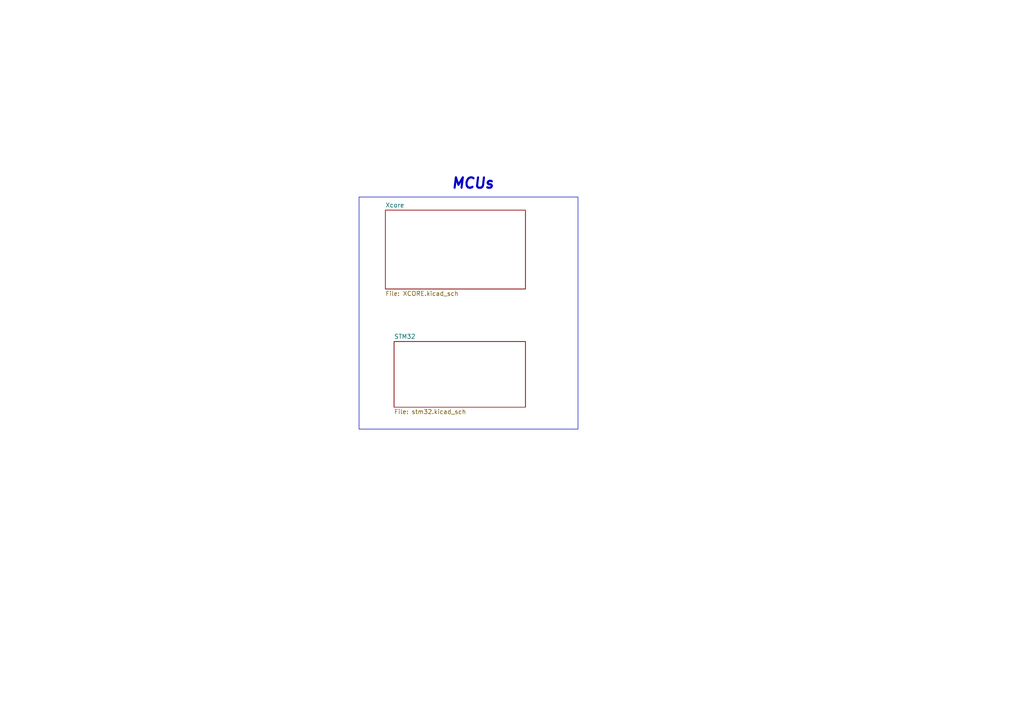
<source format=kicad_sch>
(kicad_sch
	(version 20231120)
	(generator "eeschema")
	(generator_version "8.0")
	(uuid "5266cf9e-da90-4c53-80fd-cf3dbed42632")
	(paper "A4")
	(title_block
		(title "Power Supplies")
		(date "2024-09-01")
		(rev "1")
		(company "Michael Meyers")
	)
	(lib_symbols)
	(rectangle
		(start 104.14 57.15)
		(end 167.64 124.46)
		(stroke
			(width 0)
			(type default)
		)
		(fill
			(type none)
		)
		(uuid c623997b-19c9-4575-a014-51edb71503b1)
	)
	(text "MCUs"
		(exclude_from_sim no)
		(at 137.16 53.34 0)
		(effects
			(font
				(size 3 3)
				(thickness 0.6)
				(bold yes)
				(italic yes)
			)
		)
		(uuid "1e855648-f302-4888-ab7f-861799f1b0ec")
	)
	(sheet
		(at 114.3 99.06)
		(size 38.1 19.05)
		(fields_autoplaced yes)
		(stroke
			(width 0.1524)
			(type solid)
		)
		(fill
			(color 0 0 0 0.0000)
		)
		(uuid "3fb43f8a-8ac2-41bd-9c44-03d9d8c3e7fe")
		(property "Sheetname" "STM32"
			(at 114.3 98.3484 0)
			(effects
				(font
					(size 1.27 1.27)
				)
				(justify left bottom)
			)
		)
		(property "Sheetfile" "stm32.kicad_sch"
			(at 114.3 118.6946 0)
			(effects
				(font
					(size 1.27 1.27)
				)
				(justify left top)
			)
		)
		(instances
			(project "Power_Supplies_DSP_USB"
				(path "/5266cf9e-da90-4c53-80fd-cf3dbed42632"
					(page "3")
				)
			)
		)
	)
	(sheet
		(at 111.76 60.96)
		(size 40.64 22.86)
		(fields_autoplaced yes)
		(stroke
			(width 0.1524)
			(type solid)
		)
		(fill
			(color 0 0 0 0.0000)
		)
		(uuid "4ac374da-48c1-45fc-82eb-58af98bfd6f4")
		(property "Sheetname" "Xcore"
			(at 111.76 60.2484 0)
			(effects
				(font
					(size 1.27 1.27)
				)
				(justify left bottom)
			)
		)
		(property "Sheetfile" "XCORE.kicad_sch"
			(at 111.76 84.4046 0)
			(effects
				(font
					(size 1.27 1.27)
				)
				(justify left top)
			)
		)
		(instances
			(project "Power_Supplies_DSP_USB"
				(path "/5266cf9e-da90-4c53-80fd-cf3dbed42632"
					(page "9")
				)
			)
		)
	)
	(sheet_instances
		(path "/"
			(page "1")
		)
	)
)

</source>
